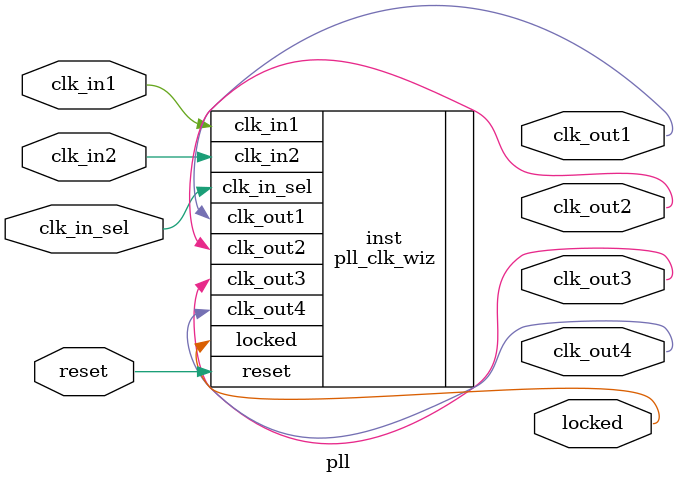
<source format=v>


`timescale 1ps/1ps

(* CORE_GENERATION_INFO = "pll,clk_wiz_v6_0_11_0_0,{component_name=pll,use_phase_alignment=true,use_min_o_jitter=false,use_max_i_jitter=false,use_dyn_phase_shift=false,use_inclk_switchover=true,use_dyn_reconfig=false,enable_axi=0,feedback_source=FDBK_AUTO,PRIMITIVE=MMCM,num_out_clk=4,clkin1_period=30.303,clkin2_period=30.312,use_power_down=false,use_reset=true,use_locked=true,use_inclk_stopped=false,feedback_type=SINGLE,CLOCK_MGR_TYPE=NA,manual_override=false}" *)

module pll 
 (
  input         clk_in2,
  input         clk_in_sel,
  // Clock out ports
  output        clk_out1,
  output        clk_out2,
  output        clk_out3,
  output        clk_out4,
  // Status and control signals
  input         reset,
  output        locked,
 // Clock in ports
  input         clk_in1
 );

  pll_clk_wiz inst
  (
  .clk_in2(clk_in2),
  .clk_in_sel(clk_in_sel),
  // Clock out ports  
  .clk_out1(clk_out1),
  .clk_out2(clk_out2),
  .clk_out3(clk_out3),
  .clk_out4(clk_out4),
  // Status and control signals               
  .reset(reset), 
  .locked(locked),
 // Clock in ports
  .clk_in1(clk_in1)
  );

endmodule

</source>
